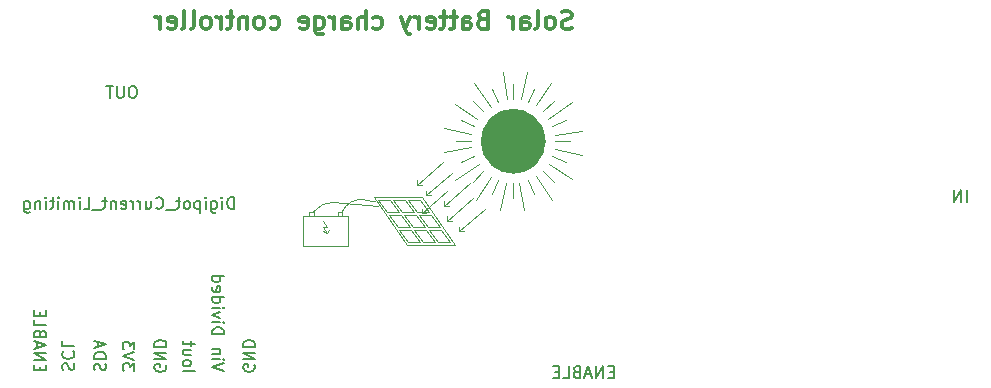
<source format=gbr>
%TF.GenerationSoftware,KiCad,Pcbnew,5.1.10*%
%TF.CreationDate,2021-11-10T11:07:09+01:00*%
%TF.ProjectId,Charging_Module,43686172-6769-46e6-975f-4d6f64756c65,rev?*%
%TF.SameCoordinates,Original*%
%TF.FileFunction,Legend,Bot*%
%TF.FilePolarity,Positive*%
%FSLAX46Y46*%
G04 Gerber Fmt 4.6, Leading zero omitted, Abs format (unit mm)*
G04 Created by KiCad (PCBNEW 5.1.10) date 2021-11-10 11:07:09*
%MOMM*%
%LPD*%
G01*
G04 APERTURE LIST*
%ADD10C,0.150000*%
%ADD11C,0.300000*%
%ADD12C,3.000000*%
%ADD13C,0.120000*%
G04 APERTURE END LIST*
D10*
X94457142Y-51352380D02*
X94457142Y-50352380D01*
X94219047Y-50352380D01*
X94076190Y-50400000D01*
X93980952Y-50495238D01*
X93933333Y-50590476D01*
X93885714Y-50780952D01*
X93885714Y-50923809D01*
X93933333Y-51114285D01*
X93980952Y-51209523D01*
X94076190Y-51304761D01*
X94219047Y-51352380D01*
X94457142Y-51352380D01*
X93457142Y-51352380D02*
X93457142Y-50685714D01*
X93457142Y-50352380D02*
X93504761Y-50400000D01*
X93457142Y-50447619D01*
X93409523Y-50400000D01*
X93457142Y-50352380D01*
X93457142Y-50447619D01*
X92552380Y-50685714D02*
X92552380Y-51495238D01*
X92600000Y-51590476D01*
X92647619Y-51638095D01*
X92742857Y-51685714D01*
X92885714Y-51685714D01*
X92980952Y-51638095D01*
X92552380Y-51304761D02*
X92647619Y-51352380D01*
X92838095Y-51352380D01*
X92933333Y-51304761D01*
X92980952Y-51257142D01*
X93028571Y-51161904D01*
X93028571Y-50876190D01*
X92980952Y-50780952D01*
X92933333Y-50733333D01*
X92838095Y-50685714D01*
X92647619Y-50685714D01*
X92552380Y-50733333D01*
X92076190Y-51352380D02*
X92076190Y-50685714D01*
X92076190Y-50352380D02*
X92123809Y-50400000D01*
X92076190Y-50447619D01*
X92028571Y-50400000D01*
X92076190Y-50352380D01*
X92076190Y-50447619D01*
X91600000Y-50685714D02*
X91600000Y-51685714D01*
X91600000Y-50733333D02*
X91504761Y-50685714D01*
X91314285Y-50685714D01*
X91219047Y-50733333D01*
X91171428Y-50780952D01*
X91123809Y-50876190D01*
X91123809Y-51161904D01*
X91171428Y-51257142D01*
X91219047Y-51304761D01*
X91314285Y-51352380D01*
X91504761Y-51352380D01*
X91600000Y-51304761D01*
X90552380Y-51352380D02*
X90647619Y-51304761D01*
X90695238Y-51257142D01*
X90742857Y-51161904D01*
X90742857Y-50876190D01*
X90695238Y-50780952D01*
X90647619Y-50733333D01*
X90552380Y-50685714D01*
X90409523Y-50685714D01*
X90314285Y-50733333D01*
X90266666Y-50780952D01*
X90219047Y-50876190D01*
X90219047Y-51161904D01*
X90266666Y-51257142D01*
X90314285Y-51304761D01*
X90409523Y-51352380D01*
X90552380Y-51352380D01*
X89933333Y-50685714D02*
X89552380Y-50685714D01*
X89790476Y-50352380D02*
X89790476Y-51209523D01*
X89742857Y-51304761D01*
X89647619Y-51352380D01*
X89552380Y-51352380D01*
X89457142Y-51447619D02*
X88695238Y-51447619D01*
X87885714Y-51257142D02*
X87933333Y-51304761D01*
X88076190Y-51352380D01*
X88171428Y-51352380D01*
X88314285Y-51304761D01*
X88409523Y-51209523D01*
X88457142Y-51114285D01*
X88504761Y-50923809D01*
X88504761Y-50780952D01*
X88457142Y-50590476D01*
X88409523Y-50495238D01*
X88314285Y-50400000D01*
X88171428Y-50352380D01*
X88076190Y-50352380D01*
X87933333Y-50400000D01*
X87885714Y-50447619D01*
X87028571Y-50685714D02*
X87028571Y-51352380D01*
X87457142Y-50685714D02*
X87457142Y-51209523D01*
X87409523Y-51304761D01*
X87314285Y-51352380D01*
X87171428Y-51352380D01*
X87076190Y-51304761D01*
X87028571Y-51257142D01*
X86552380Y-51352380D02*
X86552380Y-50685714D01*
X86552380Y-50876190D02*
X86504761Y-50780952D01*
X86457142Y-50733333D01*
X86361904Y-50685714D01*
X86266666Y-50685714D01*
X85933333Y-51352380D02*
X85933333Y-50685714D01*
X85933333Y-50876190D02*
X85885714Y-50780952D01*
X85838095Y-50733333D01*
X85742857Y-50685714D01*
X85647619Y-50685714D01*
X84933333Y-51304761D02*
X85028571Y-51352380D01*
X85219047Y-51352380D01*
X85314285Y-51304761D01*
X85361904Y-51209523D01*
X85361904Y-50828571D01*
X85314285Y-50733333D01*
X85219047Y-50685714D01*
X85028571Y-50685714D01*
X84933333Y-50733333D01*
X84885714Y-50828571D01*
X84885714Y-50923809D01*
X85361904Y-51019047D01*
X84457142Y-50685714D02*
X84457142Y-51352380D01*
X84457142Y-50780952D02*
X84409523Y-50733333D01*
X84314285Y-50685714D01*
X84171428Y-50685714D01*
X84076190Y-50733333D01*
X84028571Y-50828571D01*
X84028571Y-51352380D01*
X83695238Y-50685714D02*
X83314285Y-50685714D01*
X83552380Y-50352380D02*
X83552380Y-51209523D01*
X83504761Y-51304761D01*
X83409523Y-51352380D01*
X83314285Y-51352380D01*
X83219047Y-51447619D02*
X82457142Y-51447619D01*
X81742857Y-51352380D02*
X82219047Y-51352380D01*
X82219047Y-50352380D01*
X81409523Y-51352380D02*
X81409523Y-50685714D01*
X81409523Y-50352380D02*
X81457142Y-50400000D01*
X81409523Y-50447619D01*
X81361904Y-50400000D01*
X81409523Y-50352380D01*
X81409523Y-50447619D01*
X80933333Y-51352380D02*
X80933333Y-50685714D01*
X80933333Y-50780952D02*
X80885714Y-50733333D01*
X80790476Y-50685714D01*
X80647619Y-50685714D01*
X80552380Y-50733333D01*
X80504761Y-50828571D01*
X80504761Y-51352380D01*
X80504761Y-50828571D02*
X80457142Y-50733333D01*
X80361904Y-50685714D01*
X80219047Y-50685714D01*
X80123809Y-50733333D01*
X80076190Y-50828571D01*
X80076190Y-51352380D01*
X79600000Y-51352380D02*
X79600000Y-50685714D01*
X79600000Y-50352380D02*
X79647619Y-50400000D01*
X79600000Y-50447619D01*
X79552380Y-50400000D01*
X79600000Y-50352380D01*
X79600000Y-50447619D01*
X79266666Y-50685714D02*
X78885714Y-50685714D01*
X79123809Y-50352380D02*
X79123809Y-51209523D01*
X79076190Y-51304761D01*
X78980952Y-51352380D01*
X78885714Y-51352380D01*
X78552380Y-51352380D02*
X78552380Y-50685714D01*
X78552380Y-50352380D02*
X78600000Y-50400000D01*
X78552380Y-50447619D01*
X78504761Y-50400000D01*
X78552380Y-50352380D01*
X78552380Y-50447619D01*
X78076190Y-50685714D02*
X78076190Y-51352380D01*
X78076190Y-50780952D02*
X78028571Y-50733333D01*
X77933333Y-50685714D01*
X77790476Y-50685714D01*
X77695238Y-50733333D01*
X77647619Y-50828571D01*
X77647619Y-51352380D01*
X76742857Y-50685714D02*
X76742857Y-51495238D01*
X76790476Y-51590476D01*
X76838095Y-51638095D01*
X76933333Y-51685714D01*
X77076190Y-51685714D01*
X77171428Y-51638095D01*
X76742857Y-51304761D02*
X76838095Y-51352380D01*
X77028571Y-51352380D01*
X77123809Y-51304761D01*
X77171428Y-51257142D01*
X77219047Y-51161904D01*
X77219047Y-50876190D01*
X77171428Y-50780952D01*
X77123809Y-50733333D01*
X77028571Y-50685714D01*
X76838095Y-50685714D01*
X76742857Y-50733333D01*
X126623809Y-65128571D02*
X126290476Y-65128571D01*
X126147619Y-65652380D02*
X126623809Y-65652380D01*
X126623809Y-64652380D01*
X126147619Y-64652380D01*
X125719047Y-65652380D02*
X125719047Y-64652380D01*
X125147619Y-65652380D01*
X125147619Y-64652380D01*
X124719047Y-65366666D02*
X124242857Y-65366666D01*
X124814285Y-65652380D02*
X124480952Y-64652380D01*
X124147619Y-65652380D01*
X123480952Y-65128571D02*
X123338095Y-65176190D01*
X123290476Y-65223809D01*
X123242857Y-65319047D01*
X123242857Y-65461904D01*
X123290476Y-65557142D01*
X123338095Y-65604761D01*
X123433333Y-65652380D01*
X123814285Y-65652380D01*
X123814285Y-64652380D01*
X123480952Y-64652380D01*
X123385714Y-64700000D01*
X123338095Y-64747619D01*
X123290476Y-64842857D01*
X123290476Y-64938095D01*
X123338095Y-65033333D01*
X123385714Y-65080952D01*
X123480952Y-65128571D01*
X123814285Y-65128571D01*
X122338095Y-65652380D02*
X122814285Y-65652380D01*
X122814285Y-64652380D01*
X122004761Y-65128571D02*
X121671428Y-65128571D01*
X121528571Y-65652380D02*
X122004761Y-65652380D01*
X122004761Y-64652380D01*
X121528571Y-64652380D01*
X156523809Y-50752380D02*
X156523809Y-49752380D01*
X156047619Y-50752380D02*
X156047619Y-49752380D01*
X155476190Y-50752380D01*
X155476190Y-49752380D01*
X86000000Y-40952380D02*
X85809523Y-40952380D01*
X85714285Y-41000000D01*
X85619047Y-41095238D01*
X85571428Y-41285714D01*
X85571428Y-41619047D01*
X85619047Y-41809523D01*
X85714285Y-41904761D01*
X85809523Y-41952380D01*
X86000000Y-41952380D01*
X86095238Y-41904761D01*
X86190476Y-41809523D01*
X86238095Y-41619047D01*
X86238095Y-41285714D01*
X86190476Y-41095238D01*
X86095238Y-41000000D01*
X86000000Y-40952380D01*
X85142857Y-40952380D02*
X85142857Y-41761904D01*
X85095238Y-41857142D01*
X85047619Y-41904761D01*
X84952380Y-41952380D01*
X84761904Y-41952380D01*
X84666666Y-41904761D01*
X84619047Y-41857142D01*
X84571428Y-41761904D01*
X84571428Y-40952380D01*
X84238095Y-40952380D02*
X83666666Y-40952380D01*
X83952380Y-41952380D02*
X83952380Y-40952380D01*
X96200000Y-64561904D02*
X96247619Y-64657142D01*
X96247619Y-64800000D01*
X96200000Y-64942857D01*
X96104761Y-65038095D01*
X96009523Y-65085714D01*
X95819047Y-65133333D01*
X95676190Y-65133333D01*
X95485714Y-65085714D01*
X95390476Y-65038095D01*
X95295238Y-64942857D01*
X95247619Y-64800000D01*
X95247619Y-64704761D01*
X95295238Y-64561904D01*
X95342857Y-64514285D01*
X95676190Y-64514285D01*
X95676190Y-64704761D01*
X95247619Y-64085714D02*
X96247619Y-64085714D01*
X95247619Y-63514285D01*
X96247619Y-63514285D01*
X95247619Y-63038095D02*
X96247619Y-63038095D01*
X96247619Y-62800000D01*
X96200000Y-62657142D01*
X96104761Y-62561904D01*
X96009523Y-62514285D01*
X95819047Y-62466666D01*
X95676190Y-62466666D01*
X95485714Y-62514285D01*
X95390476Y-62561904D01*
X95295238Y-62657142D01*
X95247619Y-62800000D01*
X95247619Y-63038095D01*
X93647619Y-65095238D02*
X92647619Y-64761904D01*
X93647619Y-64428571D01*
X92647619Y-64095238D02*
X93314285Y-64095238D01*
X93647619Y-64095238D02*
X93600000Y-64142857D01*
X93552380Y-64095238D01*
X93600000Y-64047619D01*
X93647619Y-64095238D01*
X93552380Y-64095238D01*
X93314285Y-63619047D02*
X92647619Y-63619047D01*
X93219047Y-63619047D02*
X93266666Y-63571428D01*
X93314285Y-63476190D01*
X93314285Y-63333333D01*
X93266666Y-63238095D01*
X93171428Y-63190476D01*
X92647619Y-63190476D01*
X92647619Y-61952380D02*
X93647619Y-61952380D01*
X93647619Y-61714285D01*
X93600000Y-61571428D01*
X93504761Y-61476190D01*
X93409523Y-61428571D01*
X93219047Y-61380952D01*
X93076190Y-61380952D01*
X92885714Y-61428571D01*
X92790476Y-61476190D01*
X92695238Y-61571428D01*
X92647619Y-61714285D01*
X92647619Y-61952380D01*
X92647619Y-60952380D02*
X93314285Y-60952380D01*
X93647619Y-60952380D02*
X93600000Y-61000000D01*
X93552380Y-60952380D01*
X93600000Y-60904761D01*
X93647619Y-60952380D01*
X93552380Y-60952380D01*
X93314285Y-60571428D02*
X92647619Y-60333333D01*
X93314285Y-60095238D01*
X92647619Y-59714285D02*
X93314285Y-59714285D01*
X93647619Y-59714285D02*
X93600000Y-59761904D01*
X93552380Y-59714285D01*
X93600000Y-59666666D01*
X93647619Y-59714285D01*
X93552380Y-59714285D01*
X92647619Y-58809523D02*
X93647619Y-58809523D01*
X92695238Y-58809523D02*
X92647619Y-58904761D01*
X92647619Y-59095238D01*
X92695238Y-59190476D01*
X92742857Y-59238095D01*
X92838095Y-59285714D01*
X93123809Y-59285714D01*
X93219047Y-59238095D01*
X93266666Y-59190476D01*
X93314285Y-59095238D01*
X93314285Y-58904761D01*
X93266666Y-58809523D01*
X92695238Y-57952380D02*
X92647619Y-58047619D01*
X92647619Y-58238095D01*
X92695238Y-58333333D01*
X92790476Y-58380952D01*
X93171428Y-58380952D01*
X93266666Y-58333333D01*
X93314285Y-58238095D01*
X93314285Y-58047619D01*
X93266666Y-57952380D01*
X93171428Y-57904761D01*
X93076190Y-57904761D01*
X92980952Y-58380952D01*
X92647619Y-57047619D02*
X93647619Y-57047619D01*
X92695238Y-57047619D02*
X92647619Y-57142857D01*
X92647619Y-57333333D01*
X92695238Y-57428571D01*
X92742857Y-57476190D01*
X92838095Y-57523809D01*
X93123809Y-57523809D01*
X93219047Y-57476190D01*
X93266666Y-57428571D01*
X93314285Y-57333333D01*
X93314285Y-57142857D01*
X93266666Y-57047619D01*
X90147619Y-65090476D02*
X91147619Y-65090476D01*
X90147619Y-64471428D02*
X90195238Y-64566666D01*
X90242857Y-64614285D01*
X90338095Y-64661904D01*
X90623809Y-64661904D01*
X90719047Y-64614285D01*
X90766666Y-64566666D01*
X90814285Y-64471428D01*
X90814285Y-64328571D01*
X90766666Y-64233333D01*
X90719047Y-64185714D01*
X90623809Y-64138095D01*
X90338095Y-64138095D01*
X90242857Y-64185714D01*
X90195238Y-64233333D01*
X90147619Y-64328571D01*
X90147619Y-64471428D01*
X90814285Y-63280952D02*
X90147619Y-63280952D01*
X90814285Y-63709523D02*
X90290476Y-63709523D01*
X90195238Y-63661904D01*
X90147619Y-63566666D01*
X90147619Y-63423809D01*
X90195238Y-63328571D01*
X90242857Y-63280952D01*
X90814285Y-62947619D02*
X90814285Y-62566666D01*
X91147619Y-62804761D02*
X90290476Y-62804761D01*
X90195238Y-62757142D01*
X90147619Y-62661904D01*
X90147619Y-62566666D01*
X88700000Y-64561904D02*
X88747619Y-64657142D01*
X88747619Y-64800000D01*
X88700000Y-64942857D01*
X88604761Y-65038095D01*
X88509523Y-65085714D01*
X88319047Y-65133333D01*
X88176190Y-65133333D01*
X87985714Y-65085714D01*
X87890476Y-65038095D01*
X87795238Y-64942857D01*
X87747619Y-64800000D01*
X87747619Y-64704761D01*
X87795238Y-64561904D01*
X87842857Y-64514285D01*
X88176190Y-64514285D01*
X88176190Y-64704761D01*
X87747619Y-64085714D02*
X88747619Y-64085714D01*
X87747619Y-63514285D01*
X88747619Y-63514285D01*
X87747619Y-63038095D02*
X88747619Y-63038095D01*
X88747619Y-62800000D01*
X88700000Y-62657142D01*
X88604761Y-62561904D01*
X88509523Y-62514285D01*
X88319047Y-62466666D01*
X88176190Y-62466666D01*
X87985714Y-62514285D01*
X87890476Y-62561904D01*
X87795238Y-62657142D01*
X87747619Y-62800000D01*
X87747619Y-63038095D01*
X86047619Y-65038095D02*
X86047619Y-64419047D01*
X85666666Y-64752380D01*
X85666666Y-64609523D01*
X85619047Y-64514285D01*
X85571428Y-64466666D01*
X85476190Y-64419047D01*
X85238095Y-64419047D01*
X85142857Y-64466666D01*
X85095238Y-64514285D01*
X85047619Y-64609523D01*
X85047619Y-64895238D01*
X85095238Y-64990476D01*
X85142857Y-65038095D01*
X86047619Y-64133333D02*
X85047619Y-63800000D01*
X86047619Y-63466666D01*
X86047619Y-63228571D02*
X86047619Y-62609523D01*
X85666666Y-62942857D01*
X85666666Y-62800000D01*
X85619047Y-62704761D01*
X85571428Y-62657142D01*
X85476190Y-62609523D01*
X85238095Y-62609523D01*
X85142857Y-62657142D01*
X85095238Y-62704761D01*
X85047619Y-62800000D01*
X85047619Y-63085714D01*
X85095238Y-63180952D01*
X85142857Y-63228571D01*
X82695238Y-65014285D02*
X82647619Y-64871428D01*
X82647619Y-64633333D01*
X82695238Y-64538095D01*
X82742857Y-64490476D01*
X82838095Y-64442857D01*
X82933333Y-64442857D01*
X83028571Y-64490476D01*
X83076190Y-64538095D01*
X83123809Y-64633333D01*
X83171428Y-64823809D01*
X83219047Y-64919047D01*
X83266666Y-64966666D01*
X83361904Y-65014285D01*
X83457142Y-65014285D01*
X83552380Y-64966666D01*
X83600000Y-64919047D01*
X83647619Y-64823809D01*
X83647619Y-64585714D01*
X83600000Y-64442857D01*
X82647619Y-64014285D02*
X83647619Y-64014285D01*
X83647619Y-63776190D01*
X83600000Y-63633333D01*
X83504761Y-63538095D01*
X83409523Y-63490476D01*
X83219047Y-63442857D01*
X83076190Y-63442857D01*
X82885714Y-63490476D01*
X82790476Y-63538095D01*
X82695238Y-63633333D01*
X82647619Y-63776190D01*
X82647619Y-64014285D01*
X82933333Y-63061904D02*
X82933333Y-62585714D01*
X82647619Y-63157142D02*
X83647619Y-62823809D01*
X82647619Y-62490476D01*
X79995238Y-64990476D02*
X79947619Y-64847619D01*
X79947619Y-64609523D01*
X79995238Y-64514285D01*
X80042857Y-64466666D01*
X80138095Y-64419047D01*
X80233333Y-64419047D01*
X80328571Y-64466666D01*
X80376190Y-64514285D01*
X80423809Y-64609523D01*
X80471428Y-64800000D01*
X80519047Y-64895238D01*
X80566666Y-64942857D01*
X80661904Y-64990476D01*
X80757142Y-64990476D01*
X80852380Y-64942857D01*
X80900000Y-64895238D01*
X80947619Y-64800000D01*
X80947619Y-64561904D01*
X80900000Y-64419047D01*
X80042857Y-63419047D02*
X79995238Y-63466666D01*
X79947619Y-63609523D01*
X79947619Y-63704761D01*
X79995238Y-63847619D01*
X80090476Y-63942857D01*
X80185714Y-63990476D01*
X80376190Y-64038095D01*
X80519047Y-64038095D01*
X80709523Y-63990476D01*
X80804761Y-63942857D01*
X80900000Y-63847619D01*
X80947619Y-63704761D01*
X80947619Y-63609523D01*
X80900000Y-63466666D01*
X80852380Y-63419047D01*
X79947619Y-62514285D02*
X79947619Y-62990476D01*
X80947619Y-62990476D01*
X78071428Y-65023809D02*
X78071428Y-64690476D01*
X77547619Y-64547619D02*
X77547619Y-65023809D01*
X78547619Y-65023809D01*
X78547619Y-64547619D01*
X77547619Y-64119047D02*
X78547619Y-64119047D01*
X77547619Y-63547619D01*
X78547619Y-63547619D01*
X77833333Y-63119047D02*
X77833333Y-62642857D01*
X77547619Y-63214285D02*
X78547619Y-62880952D01*
X77547619Y-62547619D01*
X78071428Y-61880952D02*
X78023809Y-61738095D01*
X77976190Y-61690476D01*
X77880952Y-61642857D01*
X77738095Y-61642857D01*
X77642857Y-61690476D01*
X77595238Y-61738095D01*
X77547619Y-61833333D01*
X77547619Y-62214285D01*
X78547619Y-62214285D01*
X78547619Y-61880952D01*
X78500000Y-61785714D01*
X78452380Y-61738095D01*
X78357142Y-61690476D01*
X78261904Y-61690476D01*
X78166666Y-61738095D01*
X78119047Y-61785714D01*
X78071428Y-61880952D01*
X78071428Y-62214285D01*
X77547619Y-60738095D02*
X77547619Y-61214285D01*
X78547619Y-61214285D01*
X78071428Y-60404761D02*
X78071428Y-60071428D01*
X77547619Y-59928571D02*
X77547619Y-60404761D01*
X78547619Y-60404761D01*
X78547619Y-59928571D01*
D11*
X123071428Y-36007142D02*
X122857142Y-36078571D01*
X122500000Y-36078571D01*
X122357142Y-36007142D01*
X122285714Y-35935714D01*
X122214285Y-35792857D01*
X122214285Y-35650000D01*
X122285714Y-35507142D01*
X122357142Y-35435714D01*
X122500000Y-35364285D01*
X122785714Y-35292857D01*
X122928571Y-35221428D01*
X123000000Y-35150000D01*
X123071428Y-35007142D01*
X123071428Y-34864285D01*
X123000000Y-34721428D01*
X122928571Y-34650000D01*
X122785714Y-34578571D01*
X122428571Y-34578571D01*
X122214285Y-34650000D01*
X121357142Y-36078571D02*
X121500000Y-36007142D01*
X121571428Y-35935714D01*
X121642857Y-35792857D01*
X121642857Y-35364285D01*
X121571428Y-35221428D01*
X121500000Y-35150000D01*
X121357142Y-35078571D01*
X121142857Y-35078571D01*
X121000000Y-35150000D01*
X120928571Y-35221428D01*
X120857142Y-35364285D01*
X120857142Y-35792857D01*
X120928571Y-35935714D01*
X121000000Y-36007142D01*
X121142857Y-36078571D01*
X121357142Y-36078571D01*
X120000000Y-36078571D02*
X120142857Y-36007142D01*
X120214285Y-35864285D01*
X120214285Y-34578571D01*
X118785714Y-36078571D02*
X118785714Y-35292857D01*
X118857142Y-35150000D01*
X119000000Y-35078571D01*
X119285714Y-35078571D01*
X119428571Y-35150000D01*
X118785714Y-36007142D02*
X118928571Y-36078571D01*
X119285714Y-36078571D01*
X119428571Y-36007142D01*
X119500000Y-35864285D01*
X119500000Y-35721428D01*
X119428571Y-35578571D01*
X119285714Y-35507142D01*
X118928571Y-35507142D01*
X118785714Y-35435714D01*
X118071428Y-36078571D02*
X118071428Y-35078571D01*
X118071428Y-35364285D02*
X118000000Y-35221428D01*
X117928571Y-35150000D01*
X117785714Y-35078571D01*
X117642857Y-35078571D01*
X115500000Y-35292857D02*
X115285714Y-35364285D01*
X115214285Y-35435714D01*
X115142857Y-35578571D01*
X115142857Y-35792857D01*
X115214285Y-35935714D01*
X115285714Y-36007142D01*
X115428571Y-36078571D01*
X116000000Y-36078571D01*
X116000000Y-34578571D01*
X115500000Y-34578571D01*
X115357142Y-34650000D01*
X115285714Y-34721428D01*
X115214285Y-34864285D01*
X115214285Y-35007142D01*
X115285714Y-35150000D01*
X115357142Y-35221428D01*
X115500000Y-35292857D01*
X116000000Y-35292857D01*
X113857142Y-36078571D02*
X113857142Y-35292857D01*
X113928571Y-35150000D01*
X114071428Y-35078571D01*
X114357142Y-35078571D01*
X114500000Y-35150000D01*
X113857142Y-36007142D02*
X114000000Y-36078571D01*
X114357142Y-36078571D01*
X114500000Y-36007142D01*
X114571428Y-35864285D01*
X114571428Y-35721428D01*
X114500000Y-35578571D01*
X114357142Y-35507142D01*
X114000000Y-35507142D01*
X113857142Y-35435714D01*
X113357142Y-35078571D02*
X112785714Y-35078571D01*
X113142857Y-34578571D02*
X113142857Y-35864285D01*
X113071428Y-36007142D01*
X112928571Y-36078571D01*
X112785714Y-36078571D01*
X112500000Y-35078571D02*
X111928571Y-35078571D01*
X112285714Y-34578571D02*
X112285714Y-35864285D01*
X112214285Y-36007142D01*
X112071428Y-36078571D01*
X111928571Y-36078571D01*
X110857142Y-36007142D02*
X111000000Y-36078571D01*
X111285714Y-36078571D01*
X111428571Y-36007142D01*
X111500000Y-35864285D01*
X111500000Y-35292857D01*
X111428571Y-35150000D01*
X111285714Y-35078571D01*
X111000000Y-35078571D01*
X110857142Y-35150000D01*
X110785714Y-35292857D01*
X110785714Y-35435714D01*
X111500000Y-35578571D01*
X110142857Y-36078571D02*
X110142857Y-35078571D01*
X110142857Y-35364285D02*
X110071428Y-35221428D01*
X110000000Y-35150000D01*
X109857142Y-35078571D01*
X109714285Y-35078571D01*
X109357142Y-35078571D02*
X109000000Y-36078571D01*
X108642857Y-35078571D02*
X109000000Y-36078571D01*
X109142857Y-36435714D01*
X109214285Y-36507142D01*
X109357142Y-36578571D01*
X106285714Y-36007142D02*
X106428571Y-36078571D01*
X106714285Y-36078571D01*
X106857142Y-36007142D01*
X106928571Y-35935714D01*
X107000000Y-35792857D01*
X107000000Y-35364285D01*
X106928571Y-35221428D01*
X106857142Y-35150000D01*
X106714285Y-35078571D01*
X106428571Y-35078571D01*
X106285714Y-35150000D01*
X105642857Y-36078571D02*
X105642857Y-34578571D01*
X105000000Y-36078571D02*
X105000000Y-35292857D01*
X105071428Y-35150000D01*
X105214285Y-35078571D01*
X105428571Y-35078571D01*
X105571428Y-35150000D01*
X105642857Y-35221428D01*
X103642857Y-36078571D02*
X103642857Y-35292857D01*
X103714285Y-35150000D01*
X103857142Y-35078571D01*
X104142857Y-35078571D01*
X104285714Y-35150000D01*
X103642857Y-36007142D02*
X103785714Y-36078571D01*
X104142857Y-36078571D01*
X104285714Y-36007142D01*
X104357142Y-35864285D01*
X104357142Y-35721428D01*
X104285714Y-35578571D01*
X104142857Y-35507142D01*
X103785714Y-35507142D01*
X103642857Y-35435714D01*
X102928571Y-36078571D02*
X102928571Y-35078571D01*
X102928571Y-35364285D02*
X102857142Y-35221428D01*
X102785714Y-35150000D01*
X102642857Y-35078571D01*
X102500000Y-35078571D01*
X101357142Y-35078571D02*
X101357142Y-36292857D01*
X101428571Y-36435714D01*
X101500000Y-36507142D01*
X101642857Y-36578571D01*
X101857142Y-36578571D01*
X102000000Y-36507142D01*
X101357142Y-36007142D02*
X101500000Y-36078571D01*
X101785714Y-36078571D01*
X101928571Y-36007142D01*
X102000000Y-35935714D01*
X102071428Y-35792857D01*
X102071428Y-35364285D01*
X102000000Y-35221428D01*
X101928571Y-35150000D01*
X101785714Y-35078571D01*
X101500000Y-35078571D01*
X101357142Y-35150000D01*
X100071428Y-36007142D02*
X100214285Y-36078571D01*
X100500000Y-36078571D01*
X100642857Y-36007142D01*
X100714285Y-35864285D01*
X100714285Y-35292857D01*
X100642857Y-35150000D01*
X100500000Y-35078571D01*
X100214285Y-35078571D01*
X100071428Y-35150000D01*
X100000000Y-35292857D01*
X100000000Y-35435714D01*
X100714285Y-35578571D01*
X97571428Y-36007142D02*
X97714285Y-36078571D01*
X98000000Y-36078571D01*
X98142857Y-36007142D01*
X98214285Y-35935714D01*
X98285714Y-35792857D01*
X98285714Y-35364285D01*
X98214285Y-35221428D01*
X98142857Y-35150000D01*
X98000000Y-35078571D01*
X97714285Y-35078571D01*
X97571428Y-35150000D01*
X96714285Y-36078571D02*
X96857142Y-36007142D01*
X96928571Y-35935714D01*
X97000000Y-35792857D01*
X97000000Y-35364285D01*
X96928571Y-35221428D01*
X96857142Y-35150000D01*
X96714285Y-35078571D01*
X96500000Y-35078571D01*
X96357142Y-35150000D01*
X96285714Y-35221428D01*
X96214285Y-35364285D01*
X96214285Y-35792857D01*
X96285714Y-35935714D01*
X96357142Y-36007142D01*
X96500000Y-36078571D01*
X96714285Y-36078571D01*
X95571428Y-35078571D02*
X95571428Y-36078571D01*
X95571428Y-35221428D02*
X95500000Y-35150000D01*
X95357142Y-35078571D01*
X95142857Y-35078571D01*
X95000000Y-35150000D01*
X94928571Y-35292857D01*
X94928571Y-36078571D01*
X94428571Y-35078571D02*
X93857142Y-35078571D01*
X94214285Y-34578571D02*
X94214285Y-35864285D01*
X94142857Y-36007142D01*
X94000000Y-36078571D01*
X93857142Y-36078571D01*
X93357142Y-36078571D02*
X93357142Y-35078571D01*
X93357142Y-35364285D02*
X93285714Y-35221428D01*
X93214285Y-35150000D01*
X93071428Y-35078571D01*
X92928571Y-35078571D01*
X92214285Y-36078571D02*
X92357142Y-36007142D01*
X92428571Y-35935714D01*
X92500000Y-35792857D01*
X92500000Y-35364285D01*
X92428571Y-35221428D01*
X92357142Y-35150000D01*
X92214285Y-35078571D01*
X92000000Y-35078571D01*
X91857142Y-35150000D01*
X91785714Y-35221428D01*
X91714285Y-35364285D01*
X91714285Y-35792857D01*
X91785714Y-35935714D01*
X91857142Y-36007142D01*
X92000000Y-36078571D01*
X92214285Y-36078571D01*
X90857142Y-36078571D02*
X91000000Y-36007142D01*
X91071428Y-35864285D01*
X91071428Y-34578571D01*
X90071428Y-36078571D02*
X90214285Y-36007142D01*
X90285714Y-35864285D01*
X90285714Y-34578571D01*
X88928571Y-36007142D02*
X89071428Y-36078571D01*
X89357142Y-36078571D01*
X89500000Y-36007142D01*
X89571428Y-35864285D01*
X89571428Y-35292857D01*
X89500000Y-35150000D01*
X89357142Y-35078571D01*
X89071428Y-35078571D01*
X88928571Y-35150000D01*
X88857142Y-35292857D01*
X88857142Y-35435714D01*
X89571428Y-35578571D01*
X88214285Y-36078571D02*
X88214285Y-35078571D01*
X88214285Y-35364285D02*
X88142857Y-35221428D01*
X88071428Y-35150000D01*
X87928571Y-35078571D01*
X87785714Y-35078571D01*
D12*
%TO.C,REF\u002A\u002A*%
X119390000Y-45620000D02*
G75*
G03*
X119390000Y-45620000I-1270000J0D01*
G01*
D13*
X114564000Y-45620000D02*
X113292330Y-45620000D01*
X114564000Y-44985000D02*
X112278000Y-44477000D01*
X114818000Y-44350000D02*
X113675000Y-43842000D01*
X115072000Y-43715000D02*
X113167000Y-42445000D01*
X115580000Y-43080000D02*
X114691000Y-42191000D01*
X116215000Y-42699000D02*
X114818000Y-40667000D01*
X116850000Y-42318000D02*
X116342000Y-41175000D01*
X117612000Y-42064000D02*
X117231000Y-39778000D01*
X121422000Y-44350000D02*
X122565000Y-43842000D01*
X120660000Y-43080000D02*
X121549000Y-42191000D01*
X120025000Y-42572000D02*
X121295000Y-40667000D01*
X121041000Y-43715000D02*
X123073000Y-42318000D01*
X118755000Y-42064000D02*
X119263000Y-39778000D01*
X121676000Y-45112000D02*
X123962000Y-44731000D01*
X119390000Y-42318000D02*
X119898000Y-41175000D01*
X118120000Y-42064000D02*
X118120000Y-40792330D01*
X119390000Y-48922000D02*
X119898000Y-50065000D01*
X120660000Y-48160000D02*
X121549000Y-49049000D01*
X121168000Y-47525000D02*
X123073000Y-48795000D01*
X120025000Y-48541000D02*
X121422000Y-50573000D01*
X121676000Y-46255000D02*
X123962000Y-46763000D01*
X118628000Y-49176000D02*
X119009000Y-51462000D01*
X121422000Y-46890000D02*
X122565000Y-47398000D01*
X121676000Y-45620000D02*
X122947670Y-45620000D01*
X114818000Y-46890000D02*
X113675000Y-47398000D01*
X115580000Y-48160000D02*
X114691000Y-49049000D01*
X116215000Y-48668000D02*
X114945000Y-50573000D01*
X115199000Y-47525000D02*
X113167000Y-48922000D01*
X117485000Y-49176000D02*
X116977000Y-51462000D01*
X114564000Y-46128000D02*
X112278000Y-46509000D01*
X116850000Y-48922000D02*
X116342000Y-50065000D01*
X118120000Y-49176000D02*
X118120000Y-50447670D01*
X110246000Y-50573000D02*
X111008000Y-51589000D01*
X111008000Y-51589000D02*
X109992000Y-51589000D01*
X109992000Y-51589000D02*
X109230000Y-50573000D01*
X109230000Y-50573000D02*
X110246000Y-50573000D01*
X110881000Y-52859000D02*
X110119000Y-51843000D01*
X111135000Y-51843000D02*
X111897000Y-52859000D01*
X111897000Y-52859000D02*
X110881000Y-52859000D01*
X110119000Y-51843000D02*
X111135000Y-51843000D01*
X111770000Y-54129000D02*
X111008000Y-53113000D01*
X112024000Y-53113000D02*
X112786000Y-54129000D01*
X112786000Y-54129000D02*
X111770000Y-54129000D01*
X111008000Y-53113000D02*
X112024000Y-53113000D01*
X108722000Y-51589000D02*
X107960000Y-50573000D01*
X108976000Y-50573000D02*
X109738000Y-51589000D01*
X109738000Y-51589000D02*
X108722000Y-51589000D01*
X107960000Y-50573000D02*
X108976000Y-50573000D01*
X109611000Y-52859000D02*
X108849000Y-51843000D01*
X109865000Y-51843000D02*
X110627000Y-52859000D01*
X110627000Y-52859000D02*
X109611000Y-52859000D01*
X108849000Y-51843000D02*
X109865000Y-51843000D01*
X110500000Y-54129000D02*
X109738000Y-53113000D01*
X110754000Y-53113000D02*
X111516000Y-54129000D01*
X111516000Y-54129000D02*
X110500000Y-54129000D01*
X109738000Y-53113000D02*
X110754000Y-53113000D01*
X107452000Y-51589000D02*
X106690000Y-50573000D01*
X107706000Y-50573000D02*
X108468000Y-51589000D01*
X108468000Y-51589000D02*
X107452000Y-51589000D01*
X106690000Y-50573000D02*
X107706000Y-50573000D01*
X108341000Y-52859000D02*
X107579000Y-51843000D01*
X108595000Y-51843000D02*
X109357000Y-52859000D01*
X109357000Y-52859000D02*
X108341000Y-52859000D01*
X107579000Y-51843000D02*
X108595000Y-51843000D01*
X109230000Y-54129000D02*
X108468000Y-53113000D01*
X109484000Y-53113000D02*
X110246000Y-54129000D01*
X110246000Y-54129000D02*
X109230000Y-54129000D01*
X108468000Y-53113000D02*
X109484000Y-53113000D01*
X106309000Y-50319000D02*
X110373000Y-50319000D01*
X110373000Y-50319000D02*
X113167000Y-54383000D01*
X113167000Y-54383000D02*
X109103000Y-54383000D01*
X106309000Y-50319000D02*
X109103000Y-54383000D01*
X100340000Y-51970000D02*
X100340000Y-54510000D01*
X100340000Y-54510000D02*
X104150000Y-54510000D01*
X104150000Y-54510000D02*
X104150000Y-51970000D01*
X104150000Y-51970000D02*
X100340000Y-51970000D01*
X101991000Y-52351000D02*
X102372000Y-52859000D01*
X102372000Y-52859000D02*
X101991000Y-52859000D01*
X101991000Y-52859000D02*
X102372000Y-53367000D01*
X102372000Y-53367000D02*
X102499000Y-53113000D01*
X102372000Y-53367000D02*
X101991000Y-53240000D01*
X103261000Y-51970000D02*
X103261000Y-51589000D01*
X103261000Y-51589000D02*
X103642000Y-51589000D01*
X103642000Y-51589000D02*
X103642000Y-51970000D01*
X100848000Y-51970000D02*
X100848000Y-51589000D01*
X100848000Y-51589000D02*
X101229000Y-51589000D01*
X101229000Y-51589000D02*
X101229000Y-51970000D01*
X102880000Y-50776047D02*
X106690000Y-51081000D01*
X105569495Y-50553782D02*
X106436000Y-50700000D01*
X112151000Y-47398000D02*
X109992000Y-49303000D01*
X109992000Y-49303000D02*
X109992000Y-48922000D01*
X109992000Y-49303000D02*
X110373000Y-49303000D01*
X112913000Y-48287000D02*
X110754000Y-50192000D01*
X110754000Y-50192000D02*
X110754000Y-49811000D01*
X110754000Y-50192000D02*
X111135000Y-50192000D01*
X112532000Y-49811000D02*
X110373000Y-51716000D01*
X110373000Y-51716000D02*
X110373000Y-51335000D01*
X110373000Y-51716000D02*
X110754000Y-51716000D01*
X114691000Y-50446000D02*
X112532000Y-52351000D01*
X112532000Y-52351000D02*
X112532000Y-51970000D01*
X112532000Y-52351000D02*
X112913000Y-52351000D01*
X115707000Y-51335000D02*
X113548000Y-53240000D01*
X113548000Y-53240000D02*
X113548000Y-52859000D01*
X113548000Y-53240000D02*
X113929000Y-53240000D01*
X114437000Y-49176000D02*
X112278000Y-51081000D01*
X112278000Y-51081000D02*
X112278000Y-50700000D01*
X112278000Y-51081000D02*
X112659000Y-51081000D01*
X102880000Y-50776047D02*
G75*
G03*
X101229001Y-51589001I0J-2082953D01*
G01*
X105569495Y-50553782D02*
G75*
G03*
X103642001Y-51589001I-276495J-1797218D01*
G01*
%TD*%
M02*

</source>
